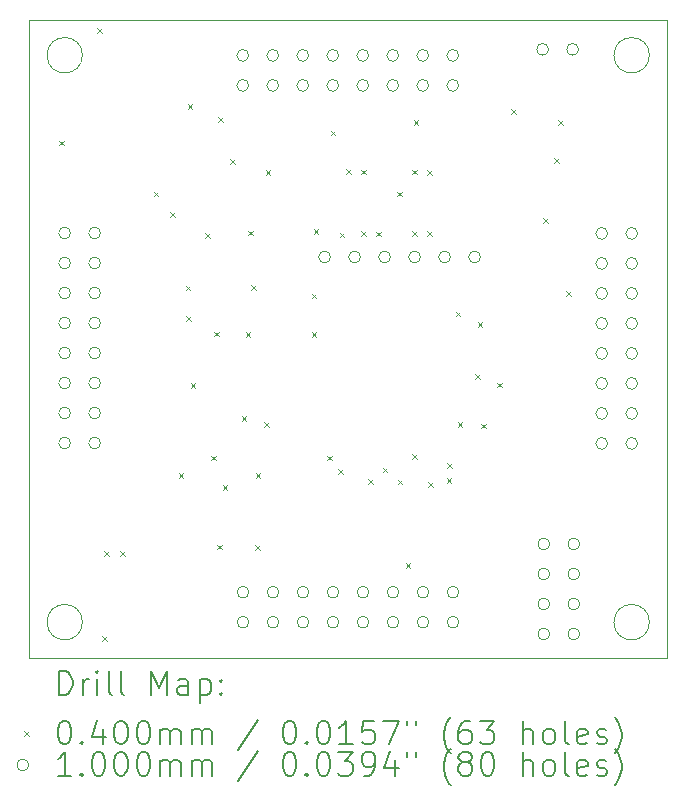
<source format=gbr>
%TF.GenerationSoftware,KiCad,Pcbnew,6.0.11+dfsg-1~bpo11+1*%
%TF.CreationDate,2023-07-05T16:33:00+02:00*%
%TF.ProjectId,avert_21,61766572-745f-4323-912e-6b696361645f,rev?*%
%TF.SameCoordinates,Original*%
%TF.FileFunction,Drillmap*%
%TF.FilePolarity,Positive*%
%FSLAX45Y45*%
G04 Gerber Fmt 4.5, Leading zero omitted, Abs format (unit mm)*
G04 Created by KiCad (PCBNEW 6.0.11+dfsg-1~bpo11+1) date 2023-07-05 16:33:00*
%MOMM*%
%LPD*%
G01*
G04 APERTURE LIST*
%ADD10C,0.100000*%
%ADD11C,0.200000*%
%ADD12C,0.040000*%
G04 APERTURE END LIST*
D10*
X12119500Y-6934000D02*
G75*
G03*
X12119500Y-6934000I-150000J0D01*
G01*
X11669500Y-12034000D02*
X17069500Y-12034000D01*
X17069500Y-12034000D02*
X17069500Y-6634000D01*
X17069500Y-6634000D02*
X11669500Y-6634000D01*
X11669500Y-6634000D02*
X11669500Y-12034000D01*
X16919500Y-11734000D02*
G75*
G03*
X16919500Y-11734000I-150000J0D01*
G01*
X16919500Y-6934000D02*
G75*
G03*
X16919500Y-6934000I-150000J0D01*
G01*
X12119500Y-11734000D02*
G75*
G03*
X12119500Y-11734000I-150000J0D01*
G01*
D11*
D12*
X11922000Y-7656000D02*
X11962000Y-7696000D01*
X11962000Y-7656000D02*
X11922000Y-7696000D01*
X12243000Y-6707000D02*
X12283000Y-6747000D01*
X12283000Y-6707000D02*
X12243000Y-6747000D01*
X12285000Y-11851000D02*
X12325000Y-11891000D01*
X12325000Y-11851000D02*
X12285000Y-11891000D01*
X12301000Y-11132000D02*
X12341000Y-11172000D01*
X12341000Y-11132000D02*
X12301000Y-11172000D01*
X12441000Y-11134000D02*
X12481000Y-11174000D01*
X12481000Y-11134000D02*
X12441000Y-11174000D01*
X12723000Y-8090000D02*
X12763000Y-8130000D01*
X12763000Y-8090000D02*
X12723000Y-8130000D01*
X12864000Y-8261000D02*
X12904000Y-8301000D01*
X12904000Y-8261000D02*
X12864000Y-8301000D01*
X12933000Y-10472000D02*
X12973000Y-10512000D01*
X12973000Y-10472000D02*
X12933000Y-10512000D01*
X12994000Y-8884000D02*
X13034000Y-8924000D01*
X13034000Y-8884000D02*
X12994000Y-8924000D01*
X12996000Y-9142000D02*
X13036000Y-9182000D01*
X13036000Y-9142000D02*
X12996000Y-9182000D01*
X13011000Y-7348000D02*
X13051000Y-7388000D01*
X13051000Y-7348000D02*
X13011000Y-7388000D01*
X13036500Y-9707500D02*
X13076500Y-9747500D01*
X13076500Y-9707500D02*
X13036500Y-9747500D01*
X13158000Y-8441000D02*
X13198000Y-8481000D01*
X13198000Y-8441000D02*
X13158000Y-8481000D01*
X13207000Y-10323000D02*
X13247000Y-10363000D01*
X13247000Y-10323000D02*
X13207000Y-10363000D01*
X13237000Y-9275000D02*
X13277000Y-9315000D01*
X13277000Y-9275000D02*
X13237000Y-9315000D01*
X13259000Y-11078000D02*
X13299000Y-11118000D01*
X13299000Y-11078000D02*
X13259000Y-11118000D01*
X13271000Y-7461000D02*
X13311000Y-7501000D01*
X13311000Y-7461000D02*
X13271000Y-7501000D01*
X13306000Y-10574000D02*
X13346000Y-10614000D01*
X13346000Y-10574000D02*
X13306000Y-10614000D01*
X13372000Y-7813000D02*
X13412000Y-7853000D01*
X13412000Y-7813000D02*
X13372000Y-7853000D01*
X13467450Y-9989000D02*
X13507450Y-10029000D01*
X13507450Y-9989000D02*
X13467450Y-10029000D01*
X13501000Y-9276000D02*
X13541000Y-9316000D01*
X13541000Y-9276000D02*
X13501000Y-9316000D01*
X13524000Y-8420000D02*
X13564000Y-8460000D01*
X13564000Y-8420000D02*
X13524000Y-8460000D01*
X13549000Y-8879000D02*
X13589000Y-8919000D01*
X13589000Y-8879000D02*
X13549000Y-8919000D01*
X13584000Y-11083000D02*
X13624000Y-11123000D01*
X13624000Y-11083000D02*
X13584000Y-11123000D01*
X13585000Y-10473000D02*
X13625000Y-10513000D01*
X13625000Y-10473000D02*
X13585000Y-10513000D01*
X13657000Y-10039000D02*
X13697000Y-10079000D01*
X13697000Y-10039000D02*
X13657000Y-10079000D01*
X13671000Y-7908000D02*
X13711000Y-7948000D01*
X13711000Y-7908000D02*
X13671000Y-7948000D01*
X14059000Y-8953000D02*
X14099000Y-8993000D01*
X14099000Y-8953000D02*
X14059000Y-8993000D01*
X14061000Y-9278000D02*
X14101000Y-9318000D01*
X14101000Y-9278000D02*
X14061000Y-9318000D01*
X14076000Y-8408000D02*
X14116000Y-8448000D01*
X14116000Y-8408000D02*
X14076000Y-8448000D01*
X14194000Y-10324000D02*
X14234000Y-10364000D01*
X14234000Y-10324000D02*
X14194000Y-10364000D01*
X14222000Y-7571450D02*
X14262000Y-7611450D01*
X14262000Y-7571450D02*
X14222000Y-7611450D01*
X14285000Y-10437000D02*
X14325000Y-10477000D01*
X14325000Y-10437000D02*
X14285000Y-10477000D01*
X14296000Y-8436000D02*
X14336000Y-8476000D01*
X14336000Y-8436000D02*
X14296000Y-8476000D01*
X14354000Y-7900000D02*
X14394000Y-7940000D01*
X14394000Y-7900000D02*
X14354000Y-7940000D01*
X14478000Y-7903000D02*
X14518000Y-7943000D01*
X14518000Y-7903000D02*
X14478000Y-7943000D01*
X14480000Y-8426000D02*
X14520000Y-8466000D01*
X14520000Y-8426000D02*
X14480000Y-8466000D01*
X14538000Y-10524000D02*
X14578000Y-10564000D01*
X14578000Y-10524000D02*
X14538000Y-10564000D01*
X14606000Y-8427000D02*
X14646000Y-8467000D01*
X14646000Y-8427000D02*
X14606000Y-8467000D01*
X14661000Y-10425000D02*
X14701000Y-10465000D01*
X14701000Y-10425000D02*
X14661000Y-10465000D01*
X14782000Y-8090000D02*
X14822000Y-8130000D01*
X14822000Y-8090000D02*
X14782000Y-8130000D01*
X14788000Y-10528000D02*
X14828000Y-10568000D01*
X14828000Y-10528000D02*
X14788000Y-10568000D01*
X14856000Y-11236000D02*
X14896000Y-11276000D01*
X14896000Y-11236000D02*
X14856000Y-11276000D01*
X14909000Y-7903000D02*
X14949000Y-7943000D01*
X14949000Y-7903000D02*
X14909000Y-7943000D01*
X14912000Y-10312000D02*
X14952000Y-10352000D01*
X14952000Y-10312000D02*
X14912000Y-10352000D01*
X14913000Y-8425000D02*
X14953000Y-8465000D01*
X14953000Y-8425000D02*
X14913000Y-8465000D01*
X14924000Y-7485000D02*
X14964000Y-7525000D01*
X14964000Y-7485000D02*
X14924000Y-7525000D01*
X15035000Y-8424000D02*
X15075000Y-8464000D01*
X15075000Y-8424000D02*
X15035000Y-8464000D01*
X15037000Y-7905000D02*
X15077000Y-7945000D01*
X15077000Y-7905000D02*
X15037000Y-7945000D01*
X15044000Y-10547000D02*
X15084000Y-10587000D01*
X15084000Y-10547000D02*
X15044000Y-10587000D01*
X15203000Y-10513000D02*
X15243000Y-10553000D01*
X15243000Y-10513000D02*
X15203000Y-10553000D01*
X15210000Y-10390000D02*
X15250000Y-10430000D01*
X15250000Y-10390000D02*
X15210000Y-10430000D01*
X15279000Y-9106000D02*
X15319000Y-9146000D01*
X15319000Y-9106000D02*
X15279000Y-9146000D01*
X15297000Y-10043000D02*
X15337000Y-10083000D01*
X15337000Y-10043000D02*
X15297000Y-10083000D01*
X15445000Y-9631000D02*
X15485000Y-9671000D01*
X15485000Y-9631000D02*
X15445000Y-9671000D01*
X15465000Y-9194000D02*
X15505000Y-9234000D01*
X15505000Y-9194000D02*
X15465000Y-9234000D01*
X15498000Y-10052000D02*
X15538000Y-10092000D01*
X15538000Y-10052000D02*
X15498000Y-10092000D01*
X15632000Y-9707000D02*
X15672000Y-9747000D01*
X15672000Y-9707000D02*
X15632000Y-9747000D01*
X15752000Y-7388000D02*
X15792000Y-7428000D01*
X15792000Y-7388000D02*
X15752000Y-7428000D01*
X16023000Y-8315000D02*
X16063000Y-8355000D01*
X16063000Y-8315000D02*
X16023000Y-8355000D01*
X16116000Y-7803000D02*
X16156000Y-7843000D01*
X16156000Y-7803000D02*
X16116000Y-7843000D01*
X16145000Y-7482000D02*
X16185000Y-7522000D01*
X16185000Y-7482000D02*
X16145000Y-7522000D01*
X16214000Y-8932000D02*
X16254000Y-8972000D01*
X16254000Y-8932000D02*
X16214000Y-8972000D01*
D10*
X12019000Y-8440000D02*
G75*
G03*
X12019000Y-8440000I-50000J0D01*
G01*
X12019000Y-8694000D02*
G75*
G03*
X12019000Y-8694000I-50000J0D01*
G01*
X12019000Y-8948000D02*
G75*
G03*
X12019000Y-8948000I-50000J0D01*
G01*
X12019000Y-9202000D02*
G75*
G03*
X12019000Y-9202000I-50000J0D01*
G01*
X12019000Y-9456000D02*
G75*
G03*
X12019000Y-9456000I-50000J0D01*
G01*
X12019000Y-9710000D02*
G75*
G03*
X12019000Y-9710000I-50000J0D01*
G01*
X12019000Y-9964000D02*
G75*
G03*
X12019000Y-9964000I-50000J0D01*
G01*
X12019000Y-10218000D02*
G75*
G03*
X12019000Y-10218000I-50000J0D01*
G01*
X12273000Y-8440000D02*
G75*
G03*
X12273000Y-8440000I-50000J0D01*
G01*
X12273000Y-8694000D02*
G75*
G03*
X12273000Y-8694000I-50000J0D01*
G01*
X12273000Y-8948000D02*
G75*
G03*
X12273000Y-8948000I-50000J0D01*
G01*
X12273000Y-9202000D02*
G75*
G03*
X12273000Y-9202000I-50000J0D01*
G01*
X12273000Y-9456000D02*
G75*
G03*
X12273000Y-9456000I-50000J0D01*
G01*
X12273000Y-9710000D02*
G75*
G03*
X12273000Y-9710000I-50000J0D01*
G01*
X12273000Y-9964000D02*
G75*
G03*
X12273000Y-9964000I-50000J0D01*
G01*
X12273000Y-10218000D02*
G75*
G03*
X12273000Y-10218000I-50000J0D01*
G01*
X13527000Y-6935750D02*
G75*
G03*
X13527000Y-6935750I-50000J0D01*
G01*
X13527000Y-7189750D02*
G75*
G03*
X13527000Y-7189750I-50000J0D01*
G01*
X13529000Y-11480000D02*
G75*
G03*
X13529000Y-11480000I-50000J0D01*
G01*
X13529000Y-11734000D02*
G75*
G03*
X13529000Y-11734000I-50000J0D01*
G01*
X13781000Y-6935750D02*
G75*
G03*
X13781000Y-6935750I-50000J0D01*
G01*
X13781000Y-7189750D02*
G75*
G03*
X13781000Y-7189750I-50000J0D01*
G01*
X13783000Y-11480000D02*
G75*
G03*
X13783000Y-11480000I-50000J0D01*
G01*
X13783000Y-11734000D02*
G75*
G03*
X13783000Y-11734000I-50000J0D01*
G01*
X14035000Y-6935750D02*
G75*
G03*
X14035000Y-6935750I-50000J0D01*
G01*
X14035000Y-7189750D02*
G75*
G03*
X14035000Y-7189750I-50000J0D01*
G01*
X14037000Y-11480000D02*
G75*
G03*
X14037000Y-11480000I-50000J0D01*
G01*
X14037000Y-11734000D02*
G75*
G03*
X14037000Y-11734000I-50000J0D01*
G01*
X14220000Y-8641500D02*
G75*
G03*
X14220000Y-8641500I-50000J0D01*
G01*
X14289000Y-6935750D02*
G75*
G03*
X14289000Y-6935750I-50000J0D01*
G01*
X14289000Y-7189750D02*
G75*
G03*
X14289000Y-7189750I-50000J0D01*
G01*
X14291000Y-11480000D02*
G75*
G03*
X14291000Y-11480000I-50000J0D01*
G01*
X14291000Y-11734000D02*
G75*
G03*
X14291000Y-11734000I-50000J0D01*
G01*
X14474000Y-8641500D02*
G75*
G03*
X14474000Y-8641500I-50000J0D01*
G01*
X14543000Y-6935750D02*
G75*
G03*
X14543000Y-6935750I-50000J0D01*
G01*
X14543000Y-7189750D02*
G75*
G03*
X14543000Y-7189750I-50000J0D01*
G01*
X14545000Y-11480000D02*
G75*
G03*
X14545000Y-11480000I-50000J0D01*
G01*
X14545000Y-11734000D02*
G75*
G03*
X14545000Y-11734000I-50000J0D01*
G01*
X14728000Y-8641500D02*
G75*
G03*
X14728000Y-8641500I-50000J0D01*
G01*
X14797000Y-6935750D02*
G75*
G03*
X14797000Y-6935750I-50000J0D01*
G01*
X14797000Y-7189750D02*
G75*
G03*
X14797000Y-7189750I-50000J0D01*
G01*
X14799000Y-11480000D02*
G75*
G03*
X14799000Y-11480000I-50000J0D01*
G01*
X14799000Y-11734000D02*
G75*
G03*
X14799000Y-11734000I-50000J0D01*
G01*
X14982000Y-8641500D02*
G75*
G03*
X14982000Y-8641500I-50000J0D01*
G01*
X15051000Y-6935750D02*
G75*
G03*
X15051000Y-6935750I-50000J0D01*
G01*
X15051000Y-7189750D02*
G75*
G03*
X15051000Y-7189750I-50000J0D01*
G01*
X15053000Y-11480000D02*
G75*
G03*
X15053000Y-11480000I-50000J0D01*
G01*
X15053000Y-11734000D02*
G75*
G03*
X15053000Y-11734000I-50000J0D01*
G01*
X15236000Y-8641500D02*
G75*
G03*
X15236000Y-8641500I-50000J0D01*
G01*
X15305000Y-6935750D02*
G75*
G03*
X15305000Y-6935750I-50000J0D01*
G01*
X15305000Y-7189750D02*
G75*
G03*
X15305000Y-7189750I-50000J0D01*
G01*
X15307000Y-11480000D02*
G75*
G03*
X15307000Y-11480000I-50000J0D01*
G01*
X15307000Y-11734000D02*
G75*
G03*
X15307000Y-11734000I-50000J0D01*
G01*
X15490000Y-8641500D02*
G75*
G03*
X15490000Y-8641500I-50000J0D01*
G01*
X16065500Y-6884000D02*
G75*
G03*
X16065500Y-6884000I-50000J0D01*
G01*
X16075500Y-11072000D02*
G75*
G03*
X16075500Y-11072000I-50000J0D01*
G01*
X16075500Y-11326000D02*
G75*
G03*
X16075500Y-11326000I-50000J0D01*
G01*
X16075500Y-11580000D02*
G75*
G03*
X16075500Y-11580000I-50000J0D01*
G01*
X16075500Y-11834000D02*
G75*
G03*
X16075500Y-11834000I-50000J0D01*
G01*
X16319500Y-6884000D02*
G75*
G03*
X16319500Y-6884000I-50000J0D01*
G01*
X16329500Y-11072000D02*
G75*
G03*
X16329500Y-11072000I-50000J0D01*
G01*
X16329500Y-11326000D02*
G75*
G03*
X16329500Y-11326000I-50000J0D01*
G01*
X16329500Y-11580000D02*
G75*
G03*
X16329500Y-11580000I-50000J0D01*
G01*
X16329500Y-11834000D02*
G75*
G03*
X16329500Y-11834000I-50000J0D01*
G01*
X16566000Y-8443000D02*
G75*
G03*
X16566000Y-8443000I-50000J0D01*
G01*
X16566000Y-8697000D02*
G75*
G03*
X16566000Y-8697000I-50000J0D01*
G01*
X16566000Y-8951000D02*
G75*
G03*
X16566000Y-8951000I-50000J0D01*
G01*
X16566000Y-9205000D02*
G75*
G03*
X16566000Y-9205000I-50000J0D01*
G01*
X16566000Y-9459000D02*
G75*
G03*
X16566000Y-9459000I-50000J0D01*
G01*
X16566000Y-9713000D02*
G75*
G03*
X16566000Y-9713000I-50000J0D01*
G01*
X16566000Y-9967000D02*
G75*
G03*
X16566000Y-9967000I-50000J0D01*
G01*
X16566000Y-10221000D02*
G75*
G03*
X16566000Y-10221000I-50000J0D01*
G01*
X16820000Y-8443000D02*
G75*
G03*
X16820000Y-8443000I-50000J0D01*
G01*
X16820000Y-8697000D02*
G75*
G03*
X16820000Y-8697000I-50000J0D01*
G01*
X16820000Y-8951000D02*
G75*
G03*
X16820000Y-8951000I-50000J0D01*
G01*
X16820000Y-9205000D02*
G75*
G03*
X16820000Y-9205000I-50000J0D01*
G01*
X16820000Y-9459000D02*
G75*
G03*
X16820000Y-9459000I-50000J0D01*
G01*
X16820000Y-9713000D02*
G75*
G03*
X16820000Y-9713000I-50000J0D01*
G01*
X16820000Y-9967000D02*
G75*
G03*
X16820000Y-9967000I-50000J0D01*
G01*
X16820000Y-10221000D02*
G75*
G03*
X16820000Y-10221000I-50000J0D01*
G01*
D11*
X11922119Y-12349476D02*
X11922119Y-12149476D01*
X11969738Y-12149476D01*
X11998309Y-12159000D01*
X12017357Y-12178048D01*
X12026881Y-12197095D01*
X12036405Y-12235190D01*
X12036405Y-12263762D01*
X12026881Y-12301857D01*
X12017357Y-12320905D01*
X11998309Y-12339952D01*
X11969738Y-12349476D01*
X11922119Y-12349476D01*
X12122119Y-12349476D02*
X12122119Y-12216143D01*
X12122119Y-12254238D02*
X12131643Y-12235190D01*
X12141167Y-12225667D01*
X12160214Y-12216143D01*
X12179262Y-12216143D01*
X12245928Y-12349476D02*
X12245928Y-12216143D01*
X12245928Y-12149476D02*
X12236405Y-12159000D01*
X12245928Y-12168524D01*
X12255452Y-12159000D01*
X12245928Y-12149476D01*
X12245928Y-12168524D01*
X12369738Y-12349476D02*
X12350690Y-12339952D01*
X12341167Y-12320905D01*
X12341167Y-12149476D01*
X12474500Y-12349476D02*
X12455452Y-12339952D01*
X12445928Y-12320905D01*
X12445928Y-12149476D01*
X12703071Y-12349476D02*
X12703071Y-12149476D01*
X12769738Y-12292333D01*
X12836405Y-12149476D01*
X12836405Y-12349476D01*
X13017357Y-12349476D02*
X13017357Y-12244714D01*
X13007833Y-12225667D01*
X12988786Y-12216143D01*
X12950690Y-12216143D01*
X12931643Y-12225667D01*
X13017357Y-12339952D02*
X12998309Y-12349476D01*
X12950690Y-12349476D01*
X12931643Y-12339952D01*
X12922119Y-12320905D01*
X12922119Y-12301857D01*
X12931643Y-12282809D01*
X12950690Y-12273286D01*
X12998309Y-12273286D01*
X13017357Y-12263762D01*
X13112595Y-12216143D02*
X13112595Y-12416143D01*
X13112595Y-12225667D02*
X13131643Y-12216143D01*
X13169738Y-12216143D01*
X13188786Y-12225667D01*
X13198309Y-12235190D01*
X13207833Y-12254238D01*
X13207833Y-12311381D01*
X13198309Y-12330428D01*
X13188786Y-12339952D01*
X13169738Y-12349476D01*
X13131643Y-12349476D01*
X13112595Y-12339952D01*
X13293548Y-12330428D02*
X13303071Y-12339952D01*
X13293548Y-12349476D01*
X13284024Y-12339952D01*
X13293548Y-12330428D01*
X13293548Y-12349476D01*
X13293548Y-12225667D02*
X13303071Y-12235190D01*
X13293548Y-12244714D01*
X13284024Y-12235190D01*
X13293548Y-12225667D01*
X13293548Y-12244714D01*
D12*
X11624500Y-12659000D02*
X11664500Y-12699000D01*
X11664500Y-12659000D02*
X11624500Y-12699000D01*
D11*
X11960214Y-12569476D02*
X11979262Y-12569476D01*
X11998309Y-12579000D01*
X12007833Y-12588524D01*
X12017357Y-12607571D01*
X12026881Y-12645667D01*
X12026881Y-12693286D01*
X12017357Y-12731381D01*
X12007833Y-12750428D01*
X11998309Y-12759952D01*
X11979262Y-12769476D01*
X11960214Y-12769476D01*
X11941167Y-12759952D01*
X11931643Y-12750428D01*
X11922119Y-12731381D01*
X11912595Y-12693286D01*
X11912595Y-12645667D01*
X11922119Y-12607571D01*
X11931643Y-12588524D01*
X11941167Y-12579000D01*
X11960214Y-12569476D01*
X12112595Y-12750428D02*
X12122119Y-12759952D01*
X12112595Y-12769476D01*
X12103071Y-12759952D01*
X12112595Y-12750428D01*
X12112595Y-12769476D01*
X12293548Y-12636143D02*
X12293548Y-12769476D01*
X12245928Y-12559952D02*
X12198309Y-12702809D01*
X12322119Y-12702809D01*
X12436405Y-12569476D02*
X12455452Y-12569476D01*
X12474500Y-12579000D01*
X12484024Y-12588524D01*
X12493548Y-12607571D01*
X12503071Y-12645667D01*
X12503071Y-12693286D01*
X12493548Y-12731381D01*
X12484024Y-12750428D01*
X12474500Y-12759952D01*
X12455452Y-12769476D01*
X12436405Y-12769476D01*
X12417357Y-12759952D01*
X12407833Y-12750428D01*
X12398309Y-12731381D01*
X12388786Y-12693286D01*
X12388786Y-12645667D01*
X12398309Y-12607571D01*
X12407833Y-12588524D01*
X12417357Y-12579000D01*
X12436405Y-12569476D01*
X12626881Y-12569476D02*
X12645928Y-12569476D01*
X12664976Y-12579000D01*
X12674500Y-12588524D01*
X12684024Y-12607571D01*
X12693548Y-12645667D01*
X12693548Y-12693286D01*
X12684024Y-12731381D01*
X12674500Y-12750428D01*
X12664976Y-12759952D01*
X12645928Y-12769476D01*
X12626881Y-12769476D01*
X12607833Y-12759952D01*
X12598309Y-12750428D01*
X12588786Y-12731381D01*
X12579262Y-12693286D01*
X12579262Y-12645667D01*
X12588786Y-12607571D01*
X12598309Y-12588524D01*
X12607833Y-12579000D01*
X12626881Y-12569476D01*
X12779262Y-12769476D02*
X12779262Y-12636143D01*
X12779262Y-12655190D02*
X12788786Y-12645667D01*
X12807833Y-12636143D01*
X12836405Y-12636143D01*
X12855452Y-12645667D01*
X12864976Y-12664714D01*
X12864976Y-12769476D01*
X12864976Y-12664714D02*
X12874500Y-12645667D01*
X12893548Y-12636143D01*
X12922119Y-12636143D01*
X12941167Y-12645667D01*
X12950690Y-12664714D01*
X12950690Y-12769476D01*
X13045928Y-12769476D02*
X13045928Y-12636143D01*
X13045928Y-12655190D02*
X13055452Y-12645667D01*
X13074500Y-12636143D01*
X13103071Y-12636143D01*
X13122119Y-12645667D01*
X13131643Y-12664714D01*
X13131643Y-12769476D01*
X13131643Y-12664714D02*
X13141167Y-12645667D01*
X13160214Y-12636143D01*
X13188786Y-12636143D01*
X13207833Y-12645667D01*
X13217357Y-12664714D01*
X13217357Y-12769476D01*
X13607833Y-12559952D02*
X13436405Y-12817095D01*
X13864976Y-12569476D02*
X13884024Y-12569476D01*
X13903071Y-12579000D01*
X13912595Y-12588524D01*
X13922119Y-12607571D01*
X13931643Y-12645667D01*
X13931643Y-12693286D01*
X13922119Y-12731381D01*
X13912595Y-12750428D01*
X13903071Y-12759952D01*
X13884024Y-12769476D01*
X13864976Y-12769476D01*
X13845928Y-12759952D01*
X13836405Y-12750428D01*
X13826881Y-12731381D01*
X13817357Y-12693286D01*
X13817357Y-12645667D01*
X13826881Y-12607571D01*
X13836405Y-12588524D01*
X13845928Y-12579000D01*
X13864976Y-12569476D01*
X14017357Y-12750428D02*
X14026881Y-12759952D01*
X14017357Y-12769476D01*
X14007833Y-12759952D01*
X14017357Y-12750428D01*
X14017357Y-12769476D01*
X14150690Y-12569476D02*
X14169738Y-12569476D01*
X14188786Y-12579000D01*
X14198309Y-12588524D01*
X14207833Y-12607571D01*
X14217357Y-12645667D01*
X14217357Y-12693286D01*
X14207833Y-12731381D01*
X14198309Y-12750428D01*
X14188786Y-12759952D01*
X14169738Y-12769476D01*
X14150690Y-12769476D01*
X14131643Y-12759952D01*
X14122119Y-12750428D01*
X14112595Y-12731381D01*
X14103071Y-12693286D01*
X14103071Y-12645667D01*
X14112595Y-12607571D01*
X14122119Y-12588524D01*
X14131643Y-12579000D01*
X14150690Y-12569476D01*
X14407833Y-12769476D02*
X14293548Y-12769476D01*
X14350690Y-12769476D02*
X14350690Y-12569476D01*
X14331643Y-12598048D01*
X14312595Y-12617095D01*
X14293548Y-12626619D01*
X14588786Y-12569476D02*
X14493548Y-12569476D01*
X14484024Y-12664714D01*
X14493548Y-12655190D01*
X14512595Y-12645667D01*
X14560214Y-12645667D01*
X14579262Y-12655190D01*
X14588786Y-12664714D01*
X14598309Y-12683762D01*
X14598309Y-12731381D01*
X14588786Y-12750428D01*
X14579262Y-12759952D01*
X14560214Y-12769476D01*
X14512595Y-12769476D01*
X14493548Y-12759952D01*
X14484024Y-12750428D01*
X14664976Y-12569476D02*
X14798309Y-12569476D01*
X14712595Y-12769476D01*
X14864976Y-12569476D02*
X14864976Y-12607571D01*
X14941167Y-12569476D02*
X14941167Y-12607571D01*
X15236405Y-12845667D02*
X15226881Y-12836143D01*
X15207833Y-12807571D01*
X15198309Y-12788524D01*
X15188786Y-12759952D01*
X15179262Y-12712333D01*
X15179262Y-12674238D01*
X15188786Y-12626619D01*
X15198309Y-12598048D01*
X15207833Y-12579000D01*
X15226881Y-12550428D01*
X15236405Y-12540905D01*
X15398309Y-12569476D02*
X15360214Y-12569476D01*
X15341167Y-12579000D01*
X15331643Y-12588524D01*
X15312595Y-12617095D01*
X15303071Y-12655190D01*
X15303071Y-12731381D01*
X15312595Y-12750428D01*
X15322119Y-12759952D01*
X15341167Y-12769476D01*
X15379262Y-12769476D01*
X15398309Y-12759952D01*
X15407833Y-12750428D01*
X15417357Y-12731381D01*
X15417357Y-12683762D01*
X15407833Y-12664714D01*
X15398309Y-12655190D01*
X15379262Y-12645667D01*
X15341167Y-12645667D01*
X15322119Y-12655190D01*
X15312595Y-12664714D01*
X15303071Y-12683762D01*
X15484024Y-12569476D02*
X15607833Y-12569476D01*
X15541167Y-12645667D01*
X15569738Y-12645667D01*
X15588786Y-12655190D01*
X15598309Y-12664714D01*
X15607833Y-12683762D01*
X15607833Y-12731381D01*
X15598309Y-12750428D01*
X15588786Y-12759952D01*
X15569738Y-12769476D01*
X15512595Y-12769476D01*
X15493548Y-12759952D01*
X15484024Y-12750428D01*
X15845928Y-12769476D02*
X15845928Y-12569476D01*
X15931643Y-12769476D02*
X15931643Y-12664714D01*
X15922119Y-12645667D01*
X15903071Y-12636143D01*
X15874500Y-12636143D01*
X15855452Y-12645667D01*
X15845928Y-12655190D01*
X16055452Y-12769476D02*
X16036405Y-12759952D01*
X16026881Y-12750428D01*
X16017357Y-12731381D01*
X16017357Y-12674238D01*
X16026881Y-12655190D01*
X16036405Y-12645667D01*
X16055452Y-12636143D01*
X16084024Y-12636143D01*
X16103071Y-12645667D01*
X16112595Y-12655190D01*
X16122119Y-12674238D01*
X16122119Y-12731381D01*
X16112595Y-12750428D01*
X16103071Y-12759952D01*
X16084024Y-12769476D01*
X16055452Y-12769476D01*
X16236405Y-12769476D02*
X16217357Y-12759952D01*
X16207833Y-12740905D01*
X16207833Y-12569476D01*
X16388786Y-12759952D02*
X16369738Y-12769476D01*
X16331643Y-12769476D01*
X16312595Y-12759952D01*
X16303071Y-12740905D01*
X16303071Y-12664714D01*
X16312595Y-12645667D01*
X16331643Y-12636143D01*
X16369738Y-12636143D01*
X16388786Y-12645667D01*
X16398309Y-12664714D01*
X16398309Y-12683762D01*
X16303071Y-12702809D01*
X16474500Y-12759952D02*
X16493548Y-12769476D01*
X16531643Y-12769476D01*
X16550690Y-12759952D01*
X16560214Y-12740905D01*
X16560214Y-12731381D01*
X16550690Y-12712333D01*
X16531643Y-12702809D01*
X16503071Y-12702809D01*
X16484024Y-12693286D01*
X16474500Y-12674238D01*
X16474500Y-12664714D01*
X16484024Y-12645667D01*
X16503071Y-12636143D01*
X16531643Y-12636143D01*
X16550690Y-12645667D01*
X16626881Y-12845667D02*
X16636405Y-12836143D01*
X16655452Y-12807571D01*
X16664976Y-12788524D01*
X16674500Y-12759952D01*
X16684024Y-12712333D01*
X16684024Y-12674238D01*
X16674500Y-12626619D01*
X16664976Y-12598048D01*
X16655452Y-12579000D01*
X16636405Y-12550428D01*
X16626881Y-12540905D01*
D10*
X11664500Y-12943000D02*
G75*
G03*
X11664500Y-12943000I-50000J0D01*
G01*
D11*
X12026881Y-13033476D02*
X11912595Y-13033476D01*
X11969738Y-13033476D02*
X11969738Y-12833476D01*
X11950690Y-12862048D01*
X11931643Y-12881095D01*
X11912595Y-12890619D01*
X12112595Y-13014428D02*
X12122119Y-13023952D01*
X12112595Y-13033476D01*
X12103071Y-13023952D01*
X12112595Y-13014428D01*
X12112595Y-13033476D01*
X12245928Y-12833476D02*
X12264976Y-12833476D01*
X12284024Y-12843000D01*
X12293548Y-12852524D01*
X12303071Y-12871571D01*
X12312595Y-12909667D01*
X12312595Y-12957286D01*
X12303071Y-12995381D01*
X12293548Y-13014428D01*
X12284024Y-13023952D01*
X12264976Y-13033476D01*
X12245928Y-13033476D01*
X12226881Y-13023952D01*
X12217357Y-13014428D01*
X12207833Y-12995381D01*
X12198309Y-12957286D01*
X12198309Y-12909667D01*
X12207833Y-12871571D01*
X12217357Y-12852524D01*
X12226881Y-12843000D01*
X12245928Y-12833476D01*
X12436405Y-12833476D02*
X12455452Y-12833476D01*
X12474500Y-12843000D01*
X12484024Y-12852524D01*
X12493548Y-12871571D01*
X12503071Y-12909667D01*
X12503071Y-12957286D01*
X12493548Y-12995381D01*
X12484024Y-13014428D01*
X12474500Y-13023952D01*
X12455452Y-13033476D01*
X12436405Y-13033476D01*
X12417357Y-13023952D01*
X12407833Y-13014428D01*
X12398309Y-12995381D01*
X12388786Y-12957286D01*
X12388786Y-12909667D01*
X12398309Y-12871571D01*
X12407833Y-12852524D01*
X12417357Y-12843000D01*
X12436405Y-12833476D01*
X12626881Y-12833476D02*
X12645928Y-12833476D01*
X12664976Y-12843000D01*
X12674500Y-12852524D01*
X12684024Y-12871571D01*
X12693548Y-12909667D01*
X12693548Y-12957286D01*
X12684024Y-12995381D01*
X12674500Y-13014428D01*
X12664976Y-13023952D01*
X12645928Y-13033476D01*
X12626881Y-13033476D01*
X12607833Y-13023952D01*
X12598309Y-13014428D01*
X12588786Y-12995381D01*
X12579262Y-12957286D01*
X12579262Y-12909667D01*
X12588786Y-12871571D01*
X12598309Y-12852524D01*
X12607833Y-12843000D01*
X12626881Y-12833476D01*
X12779262Y-13033476D02*
X12779262Y-12900143D01*
X12779262Y-12919190D02*
X12788786Y-12909667D01*
X12807833Y-12900143D01*
X12836405Y-12900143D01*
X12855452Y-12909667D01*
X12864976Y-12928714D01*
X12864976Y-13033476D01*
X12864976Y-12928714D02*
X12874500Y-12909667D01*
X12893548Y-12900143D01*
X12922119Y-12900143D01*
X12941167Y-12909667D01*
X12950690Y-12928714D01*
X12950690Y-13033476D01*
X13045928Y-13033476D02*
X13045928Y-12900143D01*
X13045928Y-12919190D02*
X13055452Y-12909667D01*
X13074500Y-12900143D01*
X13103071Y-12900143D01*
X13122119Y-12909667D01*
X13131643Y-12928714D01*
X13131643Y-13033476D01*
X13131643Y-12928714D02*
X13141167Y-12909667D01*
X13160214Y-12900143D01*
X13188786Y-12900143D01*
X13207833Y-12909667D01*
X13217357Y-12928714D01*
X13217357Y-13033476D01*
X13607833Y-12823952D02*
X13436405Y-13081095D01*
X13864976Y-12833476D02*
X13884024Y-12833476D01*
X13903071Y-12843000D01*
X13912595Y-12852524D01*
X13922119Y-12871571D01*
X13931643Y-12909667D01*
X13931643Y-12957286D01*
X13922119Y-12995381D01*
X13912595Y-13014428D01*
X13903071Y-13023952D01*
X13884024Y-13033476D01*
X13864976Y-13033476D01*
X13845928Y-13023952D01*
X13836405Y-13014428D01*
X13826881Y-12995381D01*
X13817357Y-12957286D01*
X13817357Y-12909667D01*
X13826881Y-12871571D01*
X13836405Y-12852524D01*
X13845928Y-12843000D01*
X13864976Y-12833476D01*
X14017357Y-13014428D02*
X14026881Y-13023952D01*
X14017357Y-13033476D01*
X14007833Y-13023952D01*
X14017357Y-13014428D01*
X14017357Y-13033476D01*
X14150690Y-12833476D02*
X14169738Y-12833476D01*
X14188786Y-12843000D01*
X14198309Y-12852524D01*
X14207833Y-12871571D01*
X14217357Y-12909667D01*
X14217357Y-12957286D01*
X14207833Y-12995381D01*
X14198309Y-13014428D01*
X14188786Y-13023952D01*
X14169738Y-13033476D01*
X14150690Y-13033476D01*
X14131643Y-13023952D01*
X14122119Y-13014428D01*
X14112595Y-12995381D01*
X14103071Y-12957286D01*
X14103071Y-12909667D01*
X14112595Y-12871571D01*
X14122119Y-12852524D01*
X14131643Y-12843000D01*
X14150690Y-12833476D01*
X14284024Y-12833476D02*
X14407833Y-12833476D01*
X14341167Y-12909667D01*
X14369738Y-12909667D01*
X14388786Y-12919190D01*
X14398309Y-12928714D01*
X14407833Y-12947762D01*
X14407833Y-12995381D01*
X14398309Y-13014428D01*
X14388786Y-13023952D01*
X14369738Y-13033476D01*
X14312595Y-13033476D01*
X14293548Y-13023952D01*
X14284024Y-13014428D01*
X14503071Y-13033476D02*
X14541167Y-13033476D01*
X14560214Y-13023952D01*
X14569738Y-13014428D01*
X14588786Y-12985857D01*
X14598309Y-12947762D01*
X14598309Y-12871571D01*
X14588786Y-12852524D01*
X14579262Y-12843000D01*
X14560214Y-12833476D01*
X14522119Y-12833476D01*
X14503071Y-12843000D01*
X14493548Y-12852524D01*
X14484024Y-12871571D01*
X14484024Y-12919190D01*
X14493548Y-12938238D01*
X14503071Y-12947762D01*
X14522119Y-12957286D01*
X14560214Y-12957286D01*
X14579262Y-12947762D01*
X14588786Y-12938238D01*
X14598309Y-12919190D01*
X14769738Y-12900143D02*
X14769738Y-13033476D01*
X14722119Y-12823952D02*
X14674500Y-12966809D01*
X14798309Y-12966809D01*
X14864976Y-12833476D02*
X14864976Y-12871571D01*
X14941167Y-12833476D02*
X14941167Y-12871571D01*
X15236405Y-13109667D02*
X15226881Y-13100143D01*
X15207833Y-13071571D01*
X15198309Y-13052524D01*
X15188786Y-13023952D01*
X15179262Y-12976333D01*
X15179262Y-12938238D01*
X15188786Y-12890619D01*
X15198309Y-12862048D01*
X15207833Y-12843000D01*
X15226881Y-12814428D01*
X15236405Y-12804905D01*
X15341167Y-12919190D02*
X15322119Y-12909667D01*
X15312595Y-12900143D01*
X15303071Y-12881095D01*
X15303071Y-12871571D01*
X15312595Y-12852524D01*
X15322119Y-12843000D01*
X15341167Y-12833476D01*
X15379262Y-12833476D01*
X15398309Y-12843000D01*
X15407833Y-12852524D01*
X15417357Y-12871571D01*
X15417357Y-12881095D01*
X15407833Y-12900143D01*
X15398309Y-12909667D01*
X15379262Y-12919190D01*
X15341167Y-12919190D01*
X15322119Y-12928714D01*
X15312595Y-12938238D01*
X15303071Y-12957286D01*
X15303071Y-12995381D01*
X15312595Y-13014428D01*
X15322119Y-13023952D01*
X15341167Y-13033476D01*
X15379262Y-13033476D01*
X15398309Y-13023952D01*
X15407833Y-13014428D01*
X15417357Y-12995381D01*
X15417357Y-12957286D01*
X15407833Y-12938238D01*
X15398309Y-12928714D01*
X15379262Y-12919190D01*
X15541167Y-12833476D02*
X15560214Y-12833476D01*
X15579262Y-12843000D01*
X15588786Y-12852524D01*
X15598309Y-12871571D01*
X15607833Y-12909667D01*
X15607833Y-12957286D01*
X15598309Y-12995381D01*
X15588786Y-13014428D01*
X15579262Y-13023952D01*
X15560214Y-13033476D01*
X15541167Y-13033476D01*
X15522119Y-13023952D01*
X15512595Y-13014428D01*
X15503071Y-12995381D01*
X15493548Y-12957286D01*
X15493548Y-12909667D01*
X15503071Y-12871571D01*
X15512595Y-12852524D01*
X15522119Y-12843000D01*
X15541167Y-12833476D01*
X15845928Y-13033476D02*
X15845928Y-12833476D01*
X15931643Y-13033476D02*
X15931643Y-12928714D01*
X15922119Y-12909667D01*
X15903071Y-12900143D01*
X15874500Y-12900143D01*
X15855452Y-12909667D01*
X15845928Y-12919190D01*
X16055452Y-13033476D02*
X16036405Y-13023952D01*
X16026881Y-13014428D01*
X16017357Y-12995381D01*
X16017357Y-12938238D01*
X16026881Y-12919190D01*
X16036405Y-12909667D01*
X16055452Y-12900143D01*
X16084024Y-12900143D01*
X16103071Y-12909667D01*
X16112595Y-12919190D01*
X16122119Y-12938238D01*
X16122119Y-12995381D01*
X16112595Y-13014428D01*
X16103071Y-13023952D01*
X16084024Y-13033476D01*
X16055452Y-13033476D01*
X16236405Y-13033476D02*
X16217357Y-13023952D01*
X16207833Y-13004905D01*
X16207833Y-12833476D01*
X16388786Y-13023952D02*
X16369738Y-13033476D01*
X16331643Y-13033476D01*
X16312595Y-13023952D01*
X16303071Y-13004905D01*
X16303071Y-12928714D01*
X16312595Y-12909667D01*
X16331643Y-12900143D01*
X16369738Y-12900143D01*
X16388786Y-12909667D01*
X16398309Y-12928714D01*
X16398309Y-12947762D01*
X16303071Y-12966809D01*
X16474500Y-13023952D02*
X16493548Y-13033476D01*
X16531643Y-13033476D01*
X16550690Y-13023952D01*
X16560214Y-13004905D01*
X16560214Y-12995381D01*
X16550690Y-12976333D01*
X16531643Y-12966809D01*
X16503071Y-12966809D01*
X16484024Y-12957286D01*
X16474500Y-12938238D01*
X16474500Y-12928714D01*
X16484024Y-12909667D01*
X16503071Y-12900143D01*
X16531643Y-12900143D01*
X16550690Y-12909667D01*
X16626881Y-13109667D02*
X16636405Y-13100143D01*
X16655452Y-13071571D01*
X16664976Y-13052524D01*
X16674500Y-13023952D01*
X16684024Y-12976333D01*
X16684024Y-12938238D01*
X16674500Y-12890619D01*
X16664976Y-12862048D01*
X16655452Y-12843000D01*
X16636405Y-12814428D01*
X16626881Y-12804905D01*
M02*

</source>
